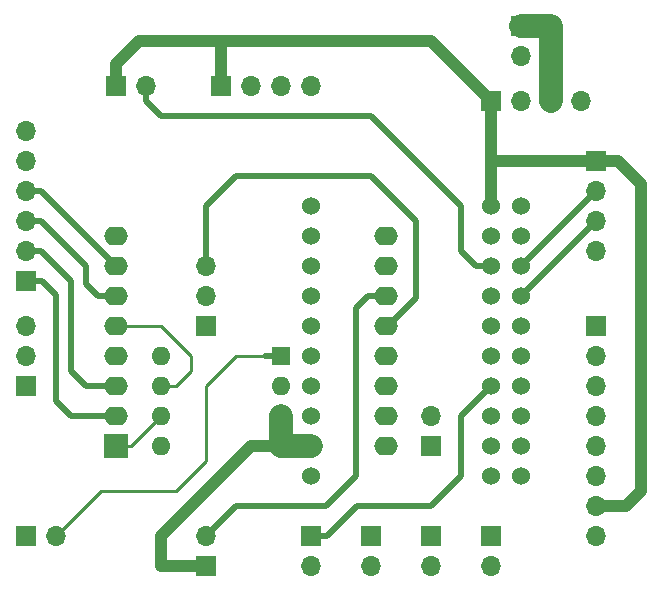
<source format=gbr>
G04 #@! TF.GenerationSoftware,KiCad,Pcbnew,5.1.4+dfsg1-1*
G04 #@! TF.CreationDate,2019-10-31T22:05:16+07:00*
G04 #@! TF.ProjectId,myFarm,6d794661-726d-42e6-9b69-6361645f7063,rev?*
G04 #@! TF.SameCoordinates,Original*
G04 #@! TF.FileFunction,Copper,L2,Bot*
G04 #@! TF.FilePolarity,Positive*
%FSLAX46Y46*%
G04 Gerber Fmt 4.6, Leading zero omitted, Abs format (unit mm)*
G04 Created by KiCad (PCBNEW 5.1.4+dfsg1-1) date 2019-10-31 22:05:16*
%MOMM*%
%LPD*%
G04 APERTURE LIST*
%ADD10O,1.700000X1.700000*%
%ADD11R,1.700000X1.700000*%
%ADD12O,1.600000X1.600000*%
%ADD13R,1.600000X1.600000*%
%ADD14O,2.000000X1.600000*%
%ADD15R,2.000000X2.000000*%
%ADD16C,1.524000*%
%ADD17C,0.500000*%
%ADD18C,1.000000*%
%ADD19C,2.000000*%
%ADD20C,0.250000*%
G04 APERTURE END LIST*
D10*
X104140000Y-96520000D03*
D11*
X104140000Y-93980000D03*
D10*
X118110000Y-93980000D03*
X118110000Y-91440000D03*
X118110000Y-88900000D03*
X118110000Y-86360000D03*
X118110000Y-83820000D03*
X118110000Y-81280000D03*
X118110000Y-78740000D03*
D11*
X118110000Y-76200000D03*
D10*
X85090000Y-93980000D03*
D11*
X85090000Y-96520000D03*
D10*
X109220000Y-96520000D03*
D11*
X109220000Y-93980000D03*
D10*
X99060000Y-96520000D03*
D11*
X99060000Y-93980000D03*
D10*
X93980000Y-96520000D03*
D11*
X93980000Y-93980000D03*
D10*
X104140000Y-83820000D03*
D11*
X104140000Y-86360000D03*
D10*
X69850000Y-59690000D03*
X69850000Y-62230000D03*
X69850000Y-64770000D03*
X69850000Y-67310000D03*
X69850000Y-69850000D03*
D11*
X69850000Y-72390000D03*
D10*
X72390000Y-93980000D03*
D11*
X69850000Y-93980000D03*
D12*
X81280000Y-78740000D03*
X91440000Y-86360000D03*
X81280000Y-81280000D03*
X91440000Y-83820000D03*
X81280000Y-83820000D03*
X91440000Y-81280000D03*
X81280000Y-86360000D03*
D13*
X91440000Y-78740000D03*
D14*
X77470000Y-83820000D03*
D15*
X77470000Y-86360000D03*
D14*
X77470000Y-81280000D03*
X77470000Y-78740000D03*
X77470000Y-76200000D03*
X77470000Y-73660000D03*
X77470000Y-71120000D03*
X77470000Y-68580000D03*
X100330000Y-68580000D03*
X100330000Y-71120000D03*
X100330000Y-73660000D03*
X100330000Y-76200000D03*
X100330000Y-78740000D03*
X100330000Y-81280000D03*
X100330000Y-83820000D03*
X100330000Y-86360000D03*
D11*
X109220000Y-57150000D03*
D10*
X111760000Y-57150000D03*
X114300000Y-57150000D03*
X116840000Y-57150000D03*
X85090000Y-71120000D03*
X85090000Y-73660000D03*
D11*
X85090000Y-76200000D03*
X118110000Y-62230000D03*
D10*
X118110000Y-64770000D03*
X118110000Y-67310000D03*
X118110000Y-69850000D03*
X93980000Y-55880000D03*
X91440000Y-55880000D03*
X88900000Y-55880000D03*
D11*
X86360000Y-55880000D03*
D10*
X69850000Y-76200000D03*
X69850000Y-78740000D03*
D11*
X69850000Y-81280000D03*
X77470000Y-55880000D03*
D10*
X80010000Y-55880000D03*
D11*
X111760000Y-50800000D03*
D10*
X111760000Y-53340000D03*
D16*
X111760000Y-76200000D03*
X111760000Y-73660000D03*
X111760000Y-71120000D03*
X111760000Y-81280000D03*
X111760000Y-86360000D03*
X111760000Y-83820000D03*
X111760000Y-66040000D03*
X111760000Y-68580000D03*
X111760000Y-78740000D03*
X111760000Y-88900000D03*
X109220000Y-78740000D03*
X109220000Y-88900000D03*
X109220000Y-83820000D03*
X109220000Y-81280000D03*
X109220000Y-73660000D03*
X109220000Y-76200000D03*
X109220000Y-71120000D03*
X109220000Y-66040000D03*
X109220000Y-68580000D03*
X109220000Y-86360000D03*
X93980000Y-88900000D03*
X93980000Y-86360000D03*
X93980000Y-83820000D03*
X93980000Y-81280000D03*
X93980000Y-78740000D03*
X93980000Y-76200000D03*
X93980000Y-73660000D03*
X93980000Y-71120000D03*
X93980000Y-68580000D03*
X93980000Y-66040000D03*
D17*
X80010000Y-57150000D02*
X80010000Y-55880000D01*
X109220000Y-71120000D02*
X107950000Y-71120000D01*
X106680000Y-69850000D02*
X106680000Y-66040000D01*
X81280000Y-58420000D02*
X80010000Y-57150000D01*
X106680000Y-66040000D02*
X99060000Y-58420000D01*
X107950000Y-71120000D02*
X106680000Y-69850000D01*
X99060000Y-58420000D02*
X81280000Y-58420000D01*
D18*
X77470000Y-54030000D02*
X77470000Y-55880000D01*
X79430000Y-52070000D02*
X77470000Y-54030000D01*
X109220000Y-66040000D02*
X109220000Y-62230000D01*
X118110000Y-62230000D02*
X109220000Y-62230000D01*
X109220000Y-57150000D02*
X109220000Y-62230000D01*
X86360000Y-55880000D02*
X86360000Y-52070000D01*
X86360000Y-52070000D02*
X79430000Y-52070000D01*
X104140000Y-52070000D02*
X86360000Y-52070000D01*
X109220000Y-57150000D02*
X104140000Y-52070000D01*
X120650000Y-91440000D02*
X118110000Y-91440000D01*
X121920000Y-90170000D02*
X120650000Y-91440000D01*
X118110000Y-62230000D02*
X119960000Y-62230000D01*
X121920000Y-64190000D02*
X121920000Y-90170000D01*
X119960000Y-62230000D02*
X121920000Y-64190000D01*
D17*
X111760000Y-73660000D02*
X118110000Y-67310000D01*
X111760000Y-71120000D02*
X118110000Y-64770000D01*
D19*
X91440000Y-83820000D02*
X91440000Y-86360000D01*
X91440000Y-86360000D02*
X93980000Y-86360000D01*
D18*
X91440000Y-86360000D02*
X88900000Y-86360000D01*
X88900000Y-86360000D02*
X81280000Y-93980000D01*
X81280000Y-93980000D02*
X81280000Y-96520000D01*
X81280000Y-96520000D02*
X85090000Y-96520000D01*
D19*
X114300000Y-50800000D02*
X114300000Y-57150000D01*
X111760000Y-50800000D02*
X114300000Y-50800000D01*
D20*
X100130000Y-76200000D02*
X100330000Y-76200000D01*
X100330000Y-76200000D02*
X100530000Y-76200000D01*
D17*
X85090000Y-71120000D02*
X85090000Y-66040000D01*
X85090000Y-66040000D02*
X87630000Y-63500000D01*
X87630000Y-63500000D02*
X92710000Y-63500000D01*
X92710000Y-63500000D02*
X91440000Y-63500000D01*
X102870000Y-67310000D02*
X102870000Y-73860000D01*
X92710000Y-63500000D02*
X99060000Y-63500000D01*
X102870000Y-73860000D02*
X100530000Y-76200000D01*
X99060000Y-63500000D02*
X102870000Y-67310000D01*
D20*
X78740000Y-86360000D02*
X81280000Y-83820000D01*
X77470000Y-86360000D02*
X78740000Y-86360000D01*
X82550000Y-81280000D02*
X81280000Y-81280000D01*
X83820000Y-80010000D02*
X82550000Y-81280000D01*
X83820000Y-78740000D02*
X81280000Y-76200000D01*
X83820000Y-78740000D02*
X83820000Y-80010000D01*
X81280000Y-76200000D02*
X77470000Y-76200000D01*
D17*
X90140000Y-78740000D02*
X91440000Y-78740000D01*
D20*
X85090000Y-83790000D02*
X85090000Y-83820000D01*
X90140000Y-78740000D02*
X87630000Y-78740000D01*
X87630000Y-78740000D02*
X85090000Y-81280000D01*
X85090000Y-81280000D02*
X85090000Y-87630000D01*
X85090000Y-87630000D02*
X82550000Y-90170000D01*
X76200000Y-90170000D02*
X72390000Y-93980000D01*
X82550000Y-90170000D02*
X76200000Y-90170000D01*
D17*
X71120000Y-64770000D02*
X74930000Y-68580000D01*
X69850000Y-64770000D02*
X71120000Y-64770000D01*
X74930000Y-68580000D02*
X77470000Y-71120000D01*
X75970000Y-73660000D02*
X77470000Y-73660000D01*
X74930000Y-71120000D02*
X74930000Y-72620000D01*
X74930000Y-72620000D02*
X75970000Y-73660000D01*
X71120000Y-67310000D02*
X74930000Y-71120000D01*
X69850000Y-67310000D02*
X71120000Y-67310000D01*
X69850000Y-69850000D02*
X71120000Y-69850000D01*
X71120000Y-69850000D02*
X73660000Y-72390000D01*
X73660000Y-72390000D02*
X73660000Y-80010000D01*
X74930000Y-81280000D02*
X77470000Y-81280000D01*
X73660000Y-80010000D02*
X74930000Y-81280000D01*
X72390000Y-82550000D02*
X73660000Y-83820000D01*
X73660000Y-83820000D02*
X77470000Y-83820000D01*
X69850000Y-72390000D02*
X71200000Y-72390000D01*
X72390000Y-73580000D02*
X72390000Y-82550000D01*
X71200000Y-72390000D02*
X72390000Y-73580000D01*
X109220000Y-81280000D02*
X106680000Y-83820000D01*
X106680000Y-83820000D02*
X106680000Y-88900000D01*
X106680000Y-88900000D02*
X104140000Y-91440000D01*
X95330000Y-93980000D02*
X93980000Y-93980000D01*
X97870000Y-91440000D02*
X95330000Y-93980000D01*
X104140000Y-91440000D02*
X97870000Y-91440000D01*
X97790000Y-74700000D02*
X98830000Y-73660000D01*
X97790000Y-88900000D02*
X97790000Y-74700000D01*
X98830000Y-73660000D02*
X100330000Y-73660000D01*
X97790000Y-88900000D02*
X95250000Y-91440000D01*
X87630000Y-91440000D02*
X85090000Y-93980000D01*
X95250000Y-91440000D02*
X87630000Y-91440000D01*
M02*

</source>
